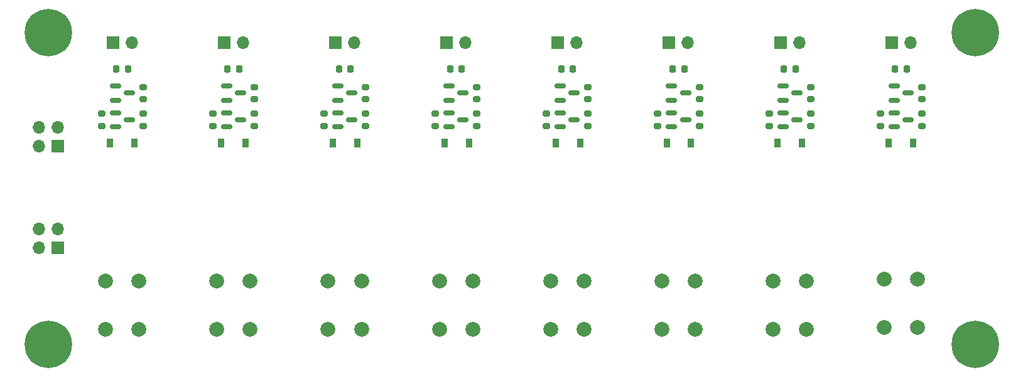
<source format=gbr>
G04 #@! TF.GenerationSoftware,KiCad,Pcbnew,(6.99.0-2815-gbbc0c61ccb)*
G04 #@! TF.CreationDate,2022-10-20T00:59:36+07:00*
G04 #@! TF.ProjectId,Input_Switch_8X,496e7075-745f-4537-9769-7463685f3858,rev?*
G04 #@! TF.SameCoordinates,Original*
G04 #@! TF.FileFunction,Soldermask,Top*
G04 #@! TF.FilePolarity,Negative*
%FSLAX46Y46*%
G04 Gerber Fmt 4.6, Leading zero omitted, Abs format (unit mm)*
G04 Created by KiCad (PCBNEW (6.99.0-2815-gbbc0c61ccb)) date 2022-10-20 00:59:36*
%MOMM*%
%LPD*%
G01*
G04 APERTURE LIST*
G04 Aperture macros list*
%AMRoundRect*
0 Rectangle with rounded corners*
0 $1 Rounding radius*
0 $2 $3 $4 $5 $6 $7 $8 $9 X,Y pos of 4 corners*
0 Add a 4 corners polygon primitive as box body*
4,1,4,$2,$3,$4,$5,$6,$7,$8,$9,$2,$3,0*
0 Add four circle primitives for the rounded corners*
1,1,$1+$1,$2,$3*
1,1,$1+$1,$4,$5*
1,1,$1+$1,$6,$7*
1,1,$1+$1,$8,$9*
0 Add four rect primitives between the rounded corners*
20,1,$1+$1,$2,$3,$4,$5,0*
20,1,$1+$1,$4,$5,$6,$7,0*
20,1,$1+$1,$6,$7,$8,$9,0*
20,1,$1+$1,$8,$9,$2,$3,0*%
G04 Aperture macros list end*
%ADD10R,1.700000X1.700000*%
%ADD11O,1.700000X1.700000*%
%ADD12RoundRect,0.150000X-0.587500X-0.150000X0.587500X-0.150000X0.587500X0.150000X-0.587500X0.150000X0*%
%ADD13RoundRect,0.200000X-0.275000X0.200000X-0.275000X-0.200000X0.275000X-0.200000X0.275000X0.200000X0*%
%ADD14RoundRect,0.218750X0.218750X0.256250X-0.218750X0.256250X-0.218750X-0.256250X0.218750X-0.256250X0*%
%ADD15C,2.000000*%
%ADD16C,0.800000*%
%ADD17C,6.400000*%
%ADD18R,0.900000X1.200000*%
G04 APERTURE END LIST*
D10*
X175724999Y-49249999D03*
D11*
X178264999Y-49249999D03*
D12*
X161062500Y-58750000D03*
X161062500Y-60650000D03*
X162937500Y-59700000D03*
D13*
X194800000Y-58875000D03*
X194800000Y-60525000D03*
D12*
X176062500Y-58750000D03*
X176062500Y-60650000D03*
X177937500Y-59700000D03*
X86062500Y-55150000D03*
X86062500Y-57050000D03*
X87937500Y-56100000D03*
D13*
X114200000Y-58875000D03*
X114200000Y-60525000D03*
X104800000Y-58875000D03*
X104800000Y-60525000D03*
D10*
X85724999Y-49249999D03*
D11*
X88264999Y-49249999D03*
D12*
X146062500Y-55150000D03*
X146062500Y-57050000D03*
X147937500Y-56100000D03*
D14*
X102767500Y-52800000D03*
X101192500Y-52800000D03*
D13*
X89800000Y-55275000D03*
X89800000Y-56925000D03*
X129200000Y-58875000D03*
X129200000Y-60525000D03*
D15*
X189750000Y-87700000D03*
X189750000Y-81200000D03*
X194250000Y-87700000D03*
X194250000Y-81200000D03*
D10*
X160724999Y-49249999D03*
D11*
X163264999Y-49249999D03*
D12*
X176062500Y-55150000D03*
X176062500Y-57050000D03*
X177937500Y-56100000D03*
D13*
X159200000Y-58875000D03*
X159200000Y-60525000D03*
D16*
X74600000Y-47900000D03*
X75302944Y-46202944D03*
X75302944Y-49597056D03*
X77000000Y-45500000D03*
D17*
X77000000Y-47900000D03*
D16*
X77000000Y-50300000D03*
X78697056Y-46202944D03*
X78697056Y-49597056D03*
X79400000Y-47900000D03*
D13*
X149800000Y-58875000D03*
X149800000Y-60525000D03*
X194800000Y-55275000D03*
X194800000Y-56925000D03*
D15*
X114750000Y-87950000D03*
X114750000Y-81450000D03*
X119250000Y-87950000D03*
X119250000Y-81450000D03*
D13*
X104800000Y-55275000D03*
X104800000Y-56925000D03*
X119800000Y-55275000D03*
X119800000Y-56925000D03*
D12*
X191062500Y-58750000D03*
X191062500Y-60650000D03*
X192937500Y-59700000D03*
D13*
X179800000Y-55275000D03*
X179800000Y-56925000D03*
D15*
X84750000Y-87950000D03*
X84750000Y-81450000D03*
X89250000Y-87950000D03*
X89250000Y-81450000D03*
D18*
X103649999Y-62799999D03*
X100349999Y-62799999D03*
D13*
X164800000Y-55275000D03*
X164800000Y-56925000D03*
D12*
X191062500Y-55150000D03*
X191062500Y-57050000D03*
X192937500Y-56100000D03*
D10*
X100724999Y-49249999D03*
D11*
X103264999Y-49249999D03*
D14*
X117767500Y-52800000D03*
X116192500Y-52800000D03*
D12*
X101062500Y-55150000D03*
X101062500Y-57050000D03*
X102937500Y-56100000D03*
D10*
X115724999Y-49249999D03*
D11*
X118264999Y-49249999D03*
D12*
X161062500Y-55150000D03*
X161062500Y-57050000D03*
X162937500Y-56100000D03*
D15*
X174750000Y-87950000D03*
X174750000Y-81450000D03*
X179250000Y-87950000D03*
X179250000Y-81450000D03*
D18*
X88649999Y-62799999D03*
X85349999Y-62799999D03*
D12*
X101062500Y-58750000D03*
X101062500Y-60650000D03*
X102937500Y-59700000D03*
D18*
X118649999Y-62799999D03*
X115349999Y-62799999D03*
D15*
X129750000Y-87950000D03*
X129750000Y-81450000D03*
X134250000Y-87950000D03*
X134250000Y-81450000D03*
X159750000Y-87950000D03*
X159750000Y-81450000D03*
X164250000Y-87950000D03*
X164250000Y-81450000D03*
D12*
X116062500Y-55150000D03*
X116062500Y-57050000D03*
X117937500Y-56100000D03*
D14*
X177767500Y-52800000D03*
X176192500Y-52800000D03*
D18*
X133728570Y-62799999D03*
X130428570Y-62799999D03*
D16*
X199600000Y-90000000D03*
X200302944Y-88302944D03*
X200302944Y-91697056D03*
X202000000Y-87600000D03*
D17*
X202000000Y-90000000D03*
D16*
X202000000Y-92400000D03*
X203697056Y-88302944D03*
X203697056Y-91697056D03*
X204400000Y-90000000D03*
D13*
X174200000Y-58875000D03*
X174200000Y-60525000D03*
D12*
X131062500Y-55150000D03*
X131062500Y-57050000D03*
X132937500Y-56100000D03*
D13*
X149800000Y-55275000D03*
X149800000Y-56925000D03*
X164800000Y-58875000D03*
X164800000Y-60525000D03*
D15*
X144750000Y-87950000D03*
X144750000Y-81450000D03*
X149250000Y-87950000D03*
X149250000Y-81450000D03*
D13*
X179800000Y-58875000D03*
X179800000Y-60525000D03*
D14*
X147767500Y-52800000D03*
X146192500Y-52800000D03*
D18*
X193649999Y-62799999D03*
X190349999Y-62799999D03*
D10*
X78274999Y-63274999D03*
D11*
X75734999Y-63274999D03*
X78274999Y-60734999D03*
X75734999Y-60734999D03*
D13*
X99200000Y-58875000D03*
X99200000Y-60525000D03*
D18*
X178669641Y-62799999D03*
X175369641Y-62799999D03*
X148708927Y-62799999D03*
X145408927Y-62799999D03*
D15*
X99750000Y-87950000D03*
X99750000Y-81450000D03*
X104250000Y-87950000D03*
X104250000Y-81450000D03*
D13*
X134800000Y-58875000D03*
X134800000Y-60525000D03*
D10*
X145724999Y-49249999D03*
D11*
X148264999Y-49249999D03*
D18*
X163689284Y-62799999D03*
X160389284Y-62799999D03*
D13*
X189200000Y-58875000D03*
X189200000Y-60525000D03*
X89800000Y-58875000D03*
X89800000Y-60525000D03*
D12*
X116062500Y-58750000D03*
X116062500Y-60650000D03*
X117937500Y-59700000D03*
D10*
X130724999Y-49249999D03*
D11*
X133264999Y-49249999D03*
D13*
X144200000Y-58875000D03*
X144200000Y-60525000D03*
D12*
X146062500Y-58750000D03*
X146062500Y-60650000D03*
X147937500Y-59700000D03*
D13*
X134800000Y-55275000D03*
X134800000Y-56925000D03*
D14*
X192767500Y-52800000D03*
X191192500Y-52800000D03*
X87767500Y-52800000D03*
X86192500Y-52800000D03*
D13*
X119800000Y-58875000D03*
X119800000Y-60525000D03*
D12*
X131062500Y-58750000D03*
X131062500Y-60650000D03*
X132937500Y-59700000D03*
D14*
X132767500Y-52800000D03*
X131192500Y-52800000D03*
D16*
X74600000Y-90000000D03*
X75302944Y-88302944D03*
X75302944Y-91697056D03*
X77000000Y-87600000D03*
D17*
X77000000Y-90000000D03*
D16*
X77000000Y-92400000D03*
X78697056Y-88302944D03*
X78697056Y-91697056D03*
X79400000Y-90000000D03*
D12*
X86062500Y-58750000D03*
X86062500Y-60650000D03*
X87937500Y-59700000D03*
D13*
X84200000Y-58875000D03*
X84200000Y-60525000D03*
D16*
X199600000Y-47900000D03*
X200302944Y-46202944D03*
X200302944Y-49597056D03*
X202000000Y-45500000D03*
D17*
X202000000Y-47900000D03*
D16*
X202000000Y-50300000D03*
X203697056Y-46202944D03*
X203697056Y-49597056D03*
X204400000Y-47900000D03*
D14*
X162767500Y-52800000D03*
X161192500Y-52800000D03*
D10*
X78274999Y-76974999D03*
D11*
X75734999Y-76974999D03*
X78274999Y-74434999D03*
X75734999Y-74434999D03*
D10*
X190724999Y-49249999D03*
D11*
X193264999Y-49249999D03*
M02*

</source>
